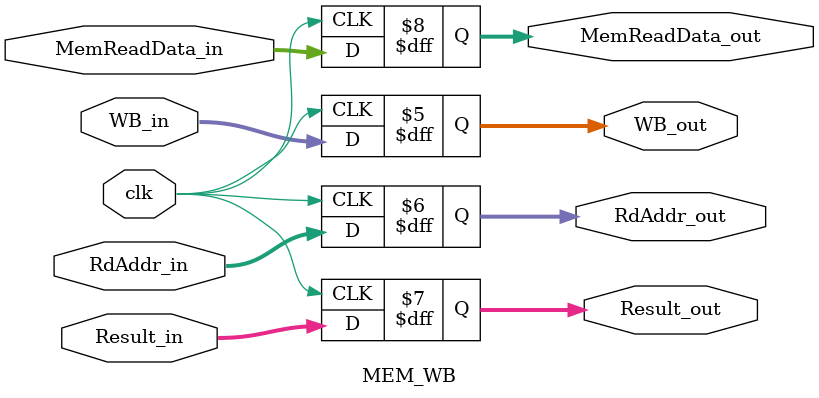
<source format=v>
module MEM_WB(clk,WB_in,RdAddr_in,Result_in,MemReadData_in,WB_out,RdAddr_out,Result_out,MemReadData_out);
input clk;
input [1:0]WB_in;
input [4:0]RdAddr_in;
input [31:0]Result_in,MemReadData_in;
output reg [1:0]WB_out = 0;
output reg [4:0]RdAddr_out = 0;
output reg [31:0]Result_out,MemReadData_out = 0;

always @(posedge clk)
begin
	WB_out <= WB_in;
	RdAddr_out <= RdAddr_in;
	Result_out <= Result_in;
	MemReadData_out <= MemReadData_in;
end
endmodule

</source>
